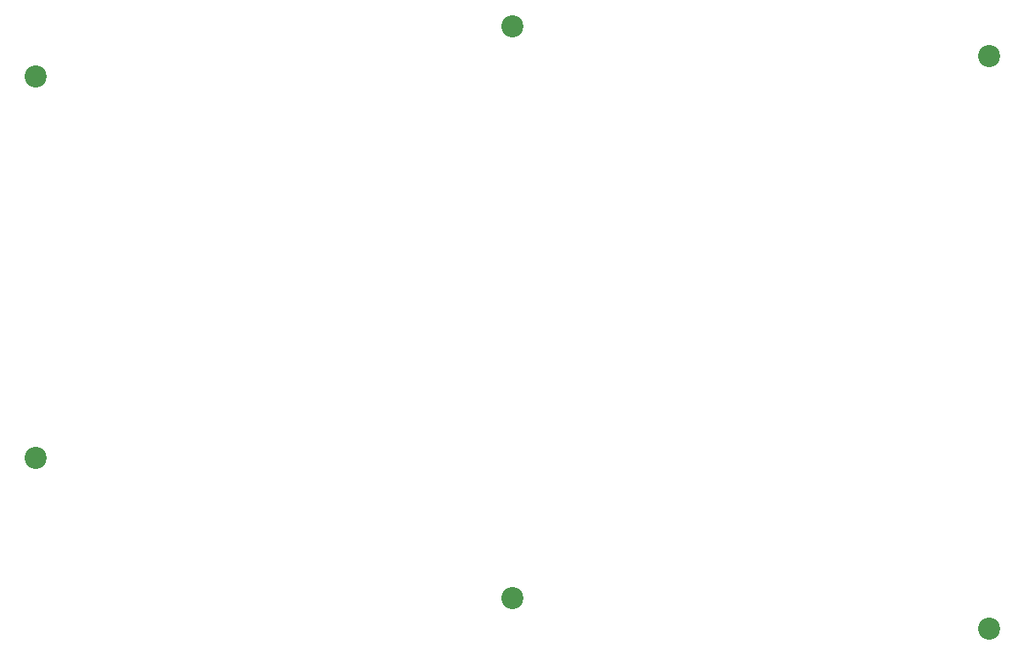
<source format=gbr>
%TF.GenerationSoftware,KiCad,Pcbnew,7.0.6*%
%TF.CreationDate,2023-09-02T14:35:54+09:00*%
%TF.ProjectId,ember_bottom_plate,656d6265-725f-4626-9f74-746f6d5f706c,rev?*%
%TF.SameCoordinates,Original*%
%TF.FileFunction,Soldermask,Top*%
%TF.FilePolarity,Negative*%
%FSLAX46Y46*%
G04 Gerber Fmt 4.6, Leading zero omitted, Abs format (unit mm)*
G04 Created by KiCad (PCBNEW 7.0.6) date 2023-09-02 14:35:54*
%MOMM*%
%LPD*%
G01*
G04 APERTURE LIST*
%ADD10C,2.200000*%
G04 APERTURE END LIST*
D10*
%TO.C,H3*%
X70000000Y-113000000D03*
%TD*%
%TO.C,H1*%
X70000000Y-75000000D03*
%TD*%
%TO.C,H4*%
X165000000Y-73000000D03*
%TD*%
%TO.C,H2*%
X165000000Y-130000000D03*
%TD*%
%TO.C,H5*%
X117500000Y-127000000D03*
%TD*%
%TO.C,H6*%
X117500000Y-70000000D03*
%TD*%
M02*

</source>
